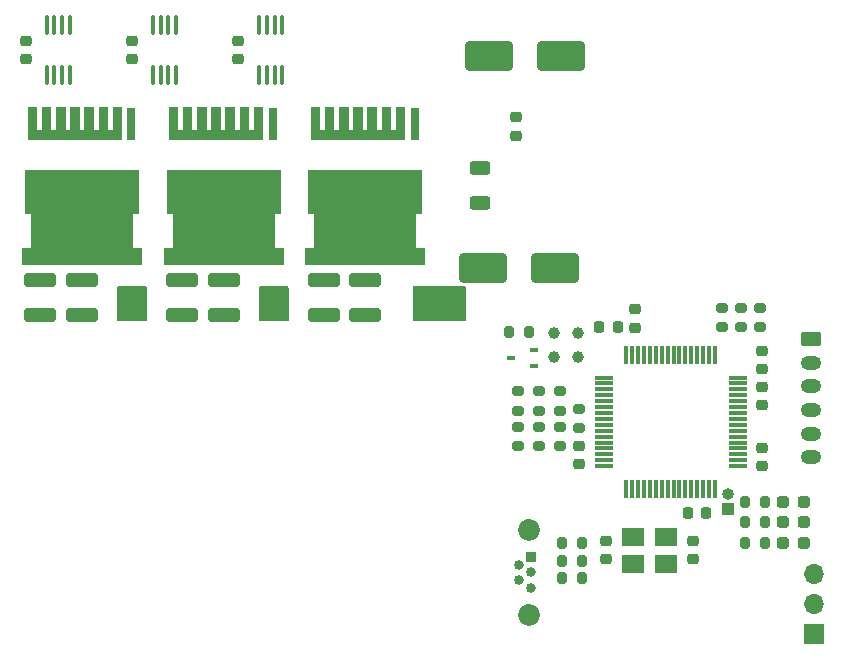
<source format=gbr>
%TF.GenerationSoftware,KiCad,Pcbnew,7.0.10*%
%TF.CreationDate,2024-02-05T19:27:08+01:00*%
%TF.ProjectId,vesc6,76657363-362e-46b6-9963-61645f706362,rev?*%
%TF.SameCoordinates,Original*%
%TF.FileFunction,Soldermask,Top*%
%TF.FilePolarity,Negative*%
%FSLAX46Y46*%
G04 Gerber Fmt 4.6, Leading zero omitted, Abs format (unit mm)*
G04 Created by KiCad (PCBNEW 7.0.10) date 2024-02-05 19:27:08*
%MOMM*%
%LPD*%
G01*
G04 APERTURE LIST*
G04 Aperture macros list*
%AMRoundRect*
0 Rectangle with rounded corners*
0 $1 Rounding radius*
0 $2 $3 $4 $5 $6 $7 $8 $9 X,Y pos of 4 corners*
0 Add a 4 corners polygon primitive as box body*
4,1,4,$2,$3,$4,$5,$6,$7,$8,$9,$2,$3,0*
0 Add four circle primitives for the rounded corners*
1,1,$1+$1,$2,$3*
1,1,$1+$1,$4,$5*
1,1,$1+$1,$6,$7*
1,1,$1+$1,$8,$9*
0 Add four rect primitives between the rounded corners*
20,1,$1+$1,$2,$3,$4,$5,0*
20,1,$1+$1,$4,$5,$6,$7,0*
20,1,$1+$1,$6,$7,$8,$9,0*
20,1,$1+$1,$8,$9,$2,$3,0*%
%AMFreePoly0*
4,1,30,0.400000,-4.000000,-0.400000,-4.000000,-2.400000,-4.000000,-2.400000,-3.200000,-0.400000,-3.200000,-0.400000,-2.800000,-2.400000,-2.800000,-2.400000,-2.000000,-0.400000,-2.000000,-0.400000,-1.600000,-2.400000,-1.600000,-2.400000,-0.800000,-0.400000,-0.800000,-0.400000,-0.400000,-2.400000,-0.400000,-2.400000,0.400000,-0.400000,0.400000,-0.400000,0.800000,-2.400000,0.800000,-2.400000,1.600000,
-0.400000,1.600000,-0.400000,2.000000,-2.400000,2.000000,-2.400000,2.800000,-0.400000,2.800000,-0.400000,3.200000,-2.400000,3.200000,-2.400000,4.000000,0.400000,4.000000,0.400000,-4.000000,0.400000,-4.000000,$1*%
%AMFreePoly1*
4,1,13,2.850000,-5.050000,1.450000,-5.050000,1.450000,-4.350000,-1.450000,-4.350000,-1.450000,-4.850000,-5.150000,-4.850000,-5.150000,4.850000,-1.450000,4.850000,-1.450000,4.350000,1.450000,4.350000,1.450000,5.050000,2.850000,5.050000,2.850000,-5.050000,2.850000,-5.050000,$1*%
G04 Aperture macros list end*
%ADD10RoundRect,0.250000X-1.750000X-1.000000X1.750000X-1.000000X1.750000X1.000000X-1.750000X1.000000X0*%
%ADD11RoundRect,0.100000X-0.100000X0.712500X-0.100000X-0.712500X0.100000X-0.712500X0.100000X0.712500X0*%
%ADD12R,1.000000X1.000000*%
%ADD13O,1.000000X1.000000*%
%ADD14C,1.000000*%
%ADD15RoundRect,0.200000X-0.275000X0.200000X-0.275000X-0.200000X0.275000X-0.200000X0.275000X0.200000X0*%
%ADD16RoundRect,0.200000X0.275000X-0.200000X0.275000X0.200000X-0.275000X0.200000X-0.275000X-0.200000X0*%
%ADD17RoundRect,0.250000X-1.100000X0.325000X-1.100000X-0.325000X1.100000X-0.325000X1.100000X0.325000X0*%
%ADD18RoundRect,0.200000X-0.200000X-0.275000X0.200000X-0.275000X0.200000X0.275000X-0.200000X0.275000X0*%
%ADD19R,0.800000X2.800000*%
%ADD20FreePoly0,270.000000*%
%ADD21FreePoly1,270.000000*%
%ADD22RoundRect,0.225000X-0.250000X0.225000X-0.250000X-0.225000X0.250000X-0.225000X0.250000X0.225000X0*%
%ADD23R,1.700000X1.700000*%
%ADD24O,1.700000X1.700000*%
%ADD25RoundRect,0.237500X0.287500X0.237500X-0.287500X0.237500X-0.287500X-0.237500X0.287500X-0.237500X0*%
%ADD26RoundRect,0.200000X0.200000X0.275000X-0.200000X0.275000X-0.200000X-0.275000X0.200000X-0.275000X0*%
%ADD27RoundRect,0.225000X0.250000X-0.225000X0.250000X0.225000X-0.250000X0.225000X-0.250000X-0.225000X0*%
%ADD28RoundRect,0.250000X-0.625000X0.350000X-0.625000X-0.350000X0.625000X-0.350000X0.625000X0.350000X0*%
%ADD29O,1.750000X1.200000*%
%ADD30R,1.950000X1.500000*%
%ADD31R,0.840000X0.840000*%
%ADD32C,0.840000*%
%ADD33C,1.850000*%
%ADD34RoundRect,0.075000X0.075000X-0.700000X0.075000X0.700000X-0.075000X0.700000X-0.075000X-0.700000X0*%
%ADD35RoundRect,0.075000X0.700000X-0.075000X0.700000X0.075000X-0.700000X0.075000X-0.700000X-0.075000X0*%
%ADD36RoundRect,0.225000X0.225000X0.250000X-0.225000X0.250000X-0.225000X-0.250000X0.225000X-0.250000X0*%
%ADD37R,0.700000X0.450000*%
%ADD38RoundRect,0.250000X-0.625000X0.312500X-0.625000X-0.312500X0.625000X-0.312500X0.625000X0.312500X0*%
G04 APERTURE END LIST*
D10*
%TO.C,C56*%
X190950000Y-50000000D03*
X197050000Y-50000000D03*
%TD*%
D11*
%TO.C,U7*%
X155975000Y-29387500D03*
X155325000Y-29387500D03*
X154675000Y-29387500D03*
X154025000Y-29387500D03*
X154025000Y-33612500D03*
X154675000Y-33612500D03*
X155325000Y-33612500D03*
X155975000Y-33612500D03*
%TD*%
D12*
%TO.C,TH1*%
X211750000Y-70350000D03*
D13*
X211750000Y-69080000D03*
%TD*%
D14*
%TO.C,TP2*%
X197000000Y-55500000D03*
%TD*%
D15*
%TO.C,R8*%
X211200000Y-53350000D03*
X211200000Y-55000000D03*
%TD*%
D16*
%TO.C,R27*%
X193950000Y-65050000D03*
X193950000Y-63400000D03*
%TD*%
D14*
%TO.C,TP3*%
X197000000Y-57500000D03*
%TD*%
D17*
%TO.C,C49*%
X169000000Y-51025000D03*
X169000000Y-53975000D03*
%TD*%
D18*
%TO.C,R28*%
X193175000Y-55400000D03*
X194825000Y-55400000D03*
%TD*%
%TO.C,R10*%
X197675000Y-74750000D03*
X199325000Y-74750000D03*
%TD*%
D19*
%TO.C,Q6*%
X185200000Y-37750000D03*
D20*
X180400000Y-38750000D03*
D21*
X181000000Y-46800000D03*
%TD*%
D11*
%TO.C,U12*%
X173975000Y-29387500D03*
X173325000Y-29387500D03*
X172675000Y-29387500D03*
X172025000Y-29387500D03*
X172025000Y-33612500D03*
X172675000Y-33612500D03*
X173325000Y-33612500D03*
X173975000Y-33612500D03*
%TD*%
D22*
%TO.C,C13*%
X214600000Y-60025000D03*
X214600000Y-61575000D03*
%TD*%
D18*
%TO.C,R13*%
X197675000Y-73250000D03*
X199325000Y-73250000D03*
%TD*%
D15*
%TO.C,R7*%
X212800000Y-53350000D03*
X212800000Y-55000000D03*
%TD*%
D23*
%TO.C,J1*%
X219000000Y-80980000D03*
D24*
X219000000Y-78440000D03*
X219000000Y-75900000D03*
%TD*%
D17*
%TO.C,C54*%
X157000000Y-51025000D03*
X157000000Y-53975000D03*
%TD*%
D25*
%TO.C,D5*%
X218125000Y-73250000D03*
X216375000Y-73250000D03*
%TD*%
D22*
%TO.C,C6*%
X214600000Y-65225000D03*
X214600000Y-66775000D03*
%TD*%
D15*
%TO.C,R20*%
X197450000Y-60400000D03*
X197450000Y-62050000D03*
%TD*%
D26*
%TO.C,R15*%
X214825000Y-71500000D03*
X213175000Y-71500000D03*
%TD*%
D27*
%TO.C,C7*%
X199100000Y-66600000D03*
X199100000Y-65050000D03*
%TD*%
D26*
%TO.C,R14*%
X214825000Y-73250000D03*
X213175000Y-73250000D03*
%TD*%
D22*
%TO.C,C51*%
X170250000Y-30725000D03*
X170250000Y-32275000D03*
%TD*%
D28*
%TO.C,J2*%
X218750000Y-56000000D03*
D29*
X218750000Y-58000000D03*
X218750000Y-60000000D03*
X218750000Y-62000000D03*
X218750000Y-64000000D03*
X218750000Y-66000000D03*
%TD*%
D27*
%TO.C,C27*%
X193750000Y-38775000D03*
X193750000Y-37225000D03*
%TD*%
D16*
%TO.C,R25*%
X195700000Y-65050000D03*
X195700000Y-63400000D03*
%TD*%
D18*
%TO.C,R12*%
X197675000Y-76250000D03*
X199325000Y-76250000D03*
%TD*%
D15*
%TO.C,R6*%
X214400000Y-53350000D03*
X214400000Y-55000000D03*
%TD*%
D17*
%TO.C,C55*%
X153500000Y-51025000D03*
X153500000Y-53975000D03*
%TD*%
D27*
%TO.C,C9*%
X214600000Y-58525000D03*
X214600000Y-56975000D03*
%TD*%
D10*
%TO.C,C58*%
X191450000Y-32000000D03*
X197550000Y-32000000D03*
%TD*%
D15*
%TO.C,R29*%
X199100000Y-61875000D03*
X199100000Y-63525000D03*
%TD*%
D16*
%TO.C,R21*%
X197450000Y-65050000D03*
X197450000Y-63400000D03*
%TD*%
D25*
%TO.C,D6*%
X218125000Y-71500000D03*
X216375000Y-71500000D03*
%TD*%
D17*
%TO.C,C42*%
X177500000Y-51025000D03*
X177500000Y-53975000D03*
%TD*%
D27*
%TO.C,C10*%
X201350000Y-74650000D03*
X201350000Y-73100000D03*
%TD*%
D22*
%TO.C,C44*%
X161250000Y-30725000D03*
X161250000Y-32275000D03*
%TD*%
D30*
%TO.C,Y1*%
X203625000Y-75025000D03*
X206475000Y-75025000D03*
X206475000Y-72725000D03*
X203625000Y-72725000D03*
%TD*%
D15*
%TO.C,R24*%
X195700000Y-60400000D03*
X195700000Y-62050000D03*
%TD*%
D31*
%TO.C,J6*%
X195045000Y-74450000D03*
D32*
X194045000Y-75100000D03*
X195045000Y-75750000D03*
X194045000Y-76400000D03*
X195045000Y-77050000D03*
D33*
X194825000Y-72175000D03*
X194825000Y-79325000D03*
%TD*%
D17*
%TO.C,C50*%
X165500000Y-51025000D03*
X165500000Y-53975000D03*
%TD*%
D34*
%TO.C,U1*%
X203100000Y-68675000D03*
X203600000Y-68675000D03*
X204100000Y-68675000D03*
X204600000Y-68675000D03*
X205100000Y-68675000D03*
X205600000Y-68675000D03*
X206100000Y-68675000D03*
X206600000Y-68675000D03*
X207100000Y-68675000D03*
X207600000Y-68675000D03*
X208100000Y-68675000D03*
X208600000Y-68675000D03*
X209100000Y-68675000D03*
X209600000Y-68675000D03*
X210100000Y-68675000D03*
X210600000Y-68675000D03*
D35*
X212525000Y-66750000D03*
X212525000Y-66250000D03*
X212525000Y-65750000D03*
X212525000Y-65250000D03*
X212525000Y-64750000D03*
X212525000Y-64250000D03*
X212525000Y-63750000D03*
X212525000Y-63250000D03*
X212525000Y-62750000D03*
X212525000Y-62250000D03*
X212525000Y-61750000D03*
X212525000Y-61250000D03*
X212525000Y-60750000D03*
X212525000Y-60250000D03*
X212525000Y-59750000D03*
X212525000Y-59250000D03*
D34*
X210600000Y-57325000D03*
X210100000Y-57325000D03*
X209600000Y-57325000D03*
X209100000Y-57325000D03*
X208600000Y-57325000D03*
X208100000Y-57325000D03*
X207600000Y-57325000D03*
X207100000Y-57325000D03*
X206600000Y-57325000D03*
X206100000Y-57325000D03*
X205600000Y-57325000D03*
X205100000Y-57325000D03*
X204600000Y-57325000D03*
X204100000Y-57325000D03*
X203600000Y-57325000D03*
X203100000Y-57325000D03*
D35*
X201175000Y-59250000D03*
X201175000Y-59750000D03*
X201175000Y-60250000D03*
X201175000Y-60750000D03*
X201175000Y-61250000D03*
X201175000Y-61750000D03*
X201175000Y-62250000D03*
X201175000Y-62750000D03*
X201175000Y-63250000D03*
X201175000Y-63750000D03*
X201175000Y-64250000D03*
X201175000Y-64750000D03*
X201175000Y-65250000D03*
X201175000Y-65750000D03*
X201175000Y-66250000D03*
X201175000Y-66750000D03*
%TD*%
D36*
%TO.C,C8*%
X202375000Y-55000000D03*
X200825000Y-55000000D03*
%TD*%
D22*
%TO.C,C38*%
X152250000Y-30725000D03*
X152250000Y-32275000D03*
%TD*%
D37*
%TO.C,Q1*%
X195300000Y-58250000D03*
X195300000Y-56950000D03*
X193300000Y-57600000D03*
%TD*%
D15*
%TO.C,R26*%
X193950000Y-60400000D03*
X193950000Y-62050000D03*
%TD*%
D26*
%TO.C,R16*%
X214825000Y-69750000D03*
X213175000Y-69750000D03*
%TD*%
D36*
%TO.C,C5*%
X209875000Y-70750000D03*
X208325000Y-70750000D03*
%TD*%
D38*
%TO.C,FB1*%
X190750000Y-41537500D03*
X190750000Y-44462500D03*
%TD*%
D25*
%TO.C,D7*%
X218125000Y-69750000D03*
X216375000Y-69750000D03*
%TD*%
D14*
%TO.C,TP1*%
X199000000Y-57500000D03*
%TD*%
D11*
%TO.C,U10*%
X164975000Y-29387500D03*
X164325000Y-29387500D03*
X163675000Y-29387500D03*
X163025000Y-29387500D03*
X163025000Y-33612500D03*
X163675000Y-33612500D03*
X164325000Y-33612500D03*
X164975000Y-33612500D03*
%TD*%
D19*
%TO.C,Q2*%
X161200000Y-37750000D03*
D20*
X156400000Y-38750000D03*
D21*
X157000000Y-46800000D03*
%TD*%
D19*
%TO.C,Q4*%
X173200000Y-37750000D03*
D20*
X168400000Y-38750000D03*
D21*
X169000000Y-46800000D03*
%TD*%
D17*
%TO.C,C41*%
X181000000Y-51025000D03*
X181000000Y-53975000D03*
%TD*%
D27*
%TO.C,C14*%
X203850000Y-55025000D03*
X203850000Y-53475000D03*
%TD*%
D22*
%TO.C,C11*%
X208750000Y-73100000D03*
X208750000Y-74650000D03*
%TD*%
D14*
%TO.C,TP4*%
X199000000Y-55500000D03*
%TD*%
G36*
X162443039Y-51519685D02*
G01*
X162488794Y-51572489D01*
X162500000Y-51624000D01*
X162500000Y-54376000D01*
X162480315Y-54443039D01*
X162427511Y-54488794D01*
X162376000Y-54500000D01*
X160124000Y-54500000D01*
X160056961Y-54480315D01*
X160011206Y-54427511D01*
X160000000Y-54376000D01*
X160000000Y-51624000D01*
X160019685Y-51556961D01*
X160072489Y-51511206D01*
X160124000Y-51500000D01*
X162376000Y-51500000D01*
X162443039Y-51519685D01*
G37*
G36*
X189443039Y-51519685D02*
G01*
X189488794Y-51572489D01*
X189500000Y-51624000D01*
X189500000Y-54376000D01*
X189480315Y-54443039D01*
X189427511Y-54488794D01*
X189376000Y-54500000D01*
X185124000Y-54500000D01*
X185056961Y-54480315D01*
X185011206Y-54427511D01*
X185000000Y-54376000D01*
X185000000Y-51624000D01*
X185019685Y-51556961D01*
X185072489Y-51511206D01*
X185124000Y-51500000D01*
X189376000Y-51500000D01*
X189443039Y-51519685D01*
G37*
G36*
X174443039Y-51519685D02*
G01*
X174488794Y-51572489D01*
X174500000Y-51624000D01*
X174500000Y-54376000D01*
X174480315Y-54443039D01*
X174427511Y-54488794D01*
X174376000Y-54500000D01*
X172124000Y-54500000D01*
X172056961Y-54480315D01*
X172011206Y-54427511D01*
X172000000Y-54376000D01*
X172000000Y-51624000D01*
X172019685Y-51556961D01*
X172072489Y-51511206D01*
X172124000Y-51500000D01*
X174376000Y-51500000D01*
X174443039Y-51519685D01*
G37*
M02*

</source>
